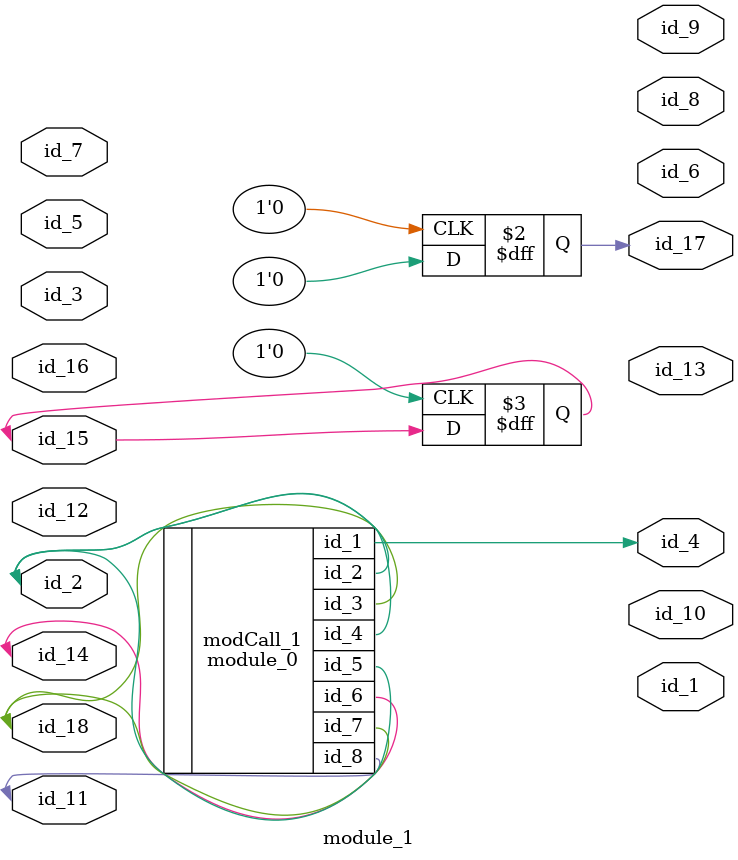
<source format=v>
module module_0 (
    id_1,
    id_2,
    id_3,
    id_4,
    id_5,
    id_6,
    id_7,
    id_8
);
  inout wire id_8;
  inout wire id_7;
  output wire id_6;
  assign module_1.id_17 = 0;
  output wire id_5;
  inout wire id_4;
  inout wire id_3;
  inout wire id_2;
  output wire id_1;
  wire  id_9  ,  id_10  ,  id_11  ,  id_12  ,  id_13  ,  id_14  ,  id_15  ,  id_16  ,  id_17  ,  id_18  ,  id_19  ,  id_20  ,  id_21  ,  id_22  ,  id_23  ,  id_24  ,  id_25  ,  id_26  ,  id_27  ,  id_28  ,  id_29  ,  id_30  ,  id_31  ,  id_32  ,  id_33  ;
endmodule
module module_1 (
    id_1,
    id_2,
    id_3,
    id_4,
    id_5,
    id_6,
    id_7,
    id_8,
    id_9,
    id_10,
    id_11,
    id_12,
    id_13,
    id_14,
    id_15,
    id_16,
    id_17,
    id_18
);
  inout wire id_18;
  output reg id_17;
  inout wire id_16;
  inout reg id_15;
  inout wire id_14;
  output wire id_13;
  inout wire id_12;
  inout wire id_11;
  output wire id_10;
  module_0 modCall_1 (
      id_4,
      id_2,
      id_18,
      id_2,
      id_2,
      id_14,
      id_18,
      id_11
  );
  output wire id_9;
  output wire id_8;
  input wire id_7;
  output wire id_6;
  inout wire id_5;
  output wire id_4;
  inout wire id_3;
  inout wire id_2;
  output wire id_1;
  always @(posedge 1'b0 == (-1 & 1)) begin : LABEL_0
    id_15 <= id_15;
    id_17 = -1'h0;
  end
endmodule

</source>
